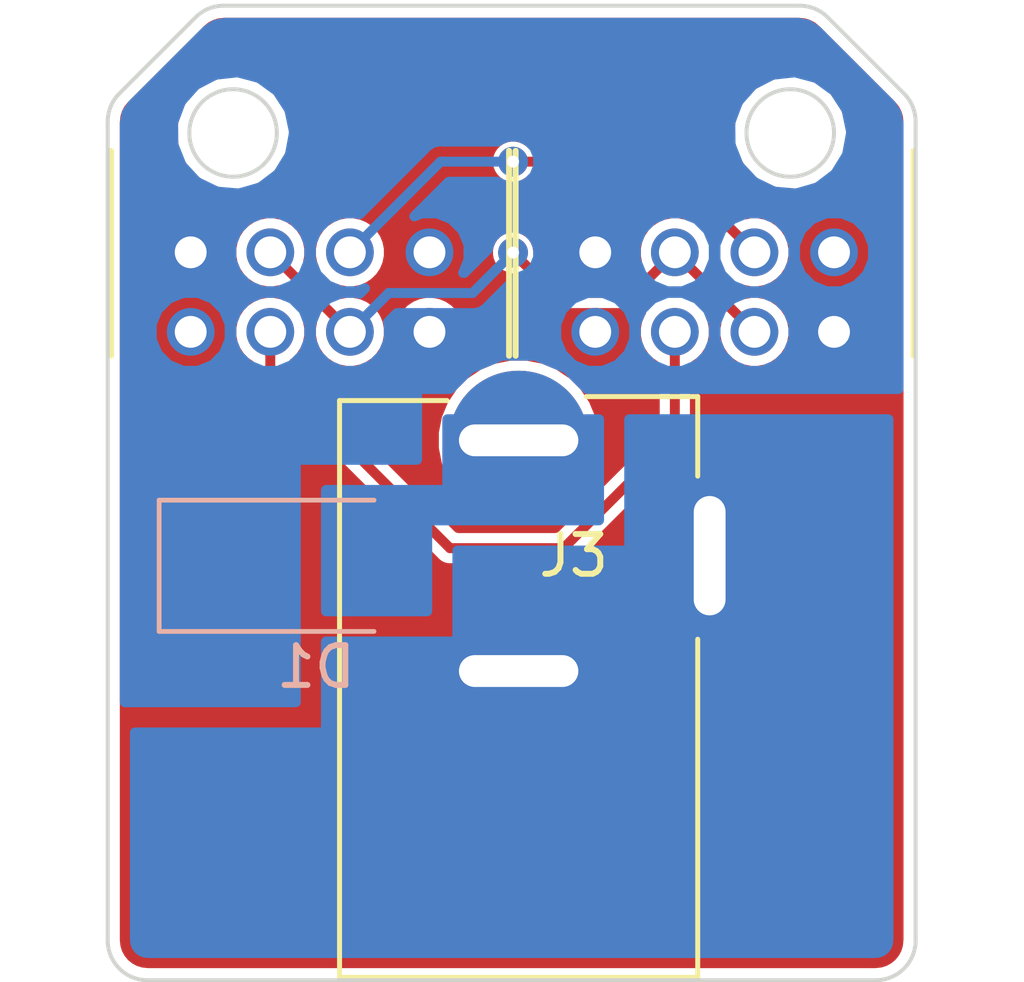
<source format=kicad_pcb>
(kicad_pcb (version 20171130) (host pcbnew "(5.0.1-3-g963ef8bb5)")

  (general
    (thickness 1.6)
    (drawings 14)
    (tracks 25)
    (zones 0)
    (modules 4)
    (nets 7)
  )

  (page A4)
  (layers
    (0 F.Cu signal)
    (31 B.Cu signal)
    (32 B.Adhes user)
    (33 F.Adhes user)
    (34 B.Paste user)
    (35 F.Paste user)
    (36 B.SilkS user)
    (37 F.SilkS user)
    (38 B.Mask user)
    (39 F.Mask user)
    (40 Dwgs.User user)
    (41 Cmts.User user)
    (42 Eco1.User user)
    (43 Eco2.User user)
    (44 Edge.Cuts user)
    (45 Margin user)
    (46 B.CrtYd user)
    (47 F.CrtYd user)
    (48 B.Fab user)
    (49 F.Fab user)
  )

  (setup
    (last_trace_width 0.25)
    (trace_clearance 0.2)
    (zone_clearance 0.254)
    (zone_45_only yes)
    (trace_min 0.2)
    (segment_width 0.2)
    (edge_width 0.15)
    (via_size 0.5)
    (via_drill 0.2)
    (via_min_size 0.4)
    (via_min_drill 0.2)
    (uvia_size 0.3)
    (uvia_drill 0.1)
    (uvias_allowed no)
    (uvia_min_size 0.2)
    (uvia_min_drill 0.1)
    (pcb_text_width 0.3)
    (pcb_text_size 1.5 1.5)
    (mod_edge_width 0.15)
    (mod_text_size 1 1)
    (mod_text_width 0.15)
    (pad_size 1.524 1.524)
    (pad_drill 0.762)
    (pad_to_mask_clearance 0.2)
    (solder_mask_min_width 0.25)
    (aux_axis_origin 0 0)
    (grid_origin 73.66 62.23)
    (visible_elements 7FFFEFFF)
    (pcbplotparams
      (layerselection 0x010fc_ffffffff)
      (usegerberextensions false)
      (usegerberattributes false)
      (usegerberadvancedattributes false)
      (creategerberjobfile false)
      (excludeedgelayer true)
      (linewidth 0.100000)
      (plotframeref false)
      (viasonmask false)
      (mode 1)
      (useauxorigin false)
      (hpglpennumber 1)
      (hpglpenspeed 20)
      (hpglpendiameter 15.000000)
      (psnegative false)
      (psa4output false)
      (plotreference true)
      (plotvalue true)
      (plotinvisibletext false)
      (padsonsilk false)
      (subtractmaskfromsilk false)
      (outputformat 1)
      (mirror false)
      (drillshape 0)
      (scaleselection 1)
      (outputdirectory "gerber/"))
  )

  (net 0 "")
  (net 1 /Robus_PW)
  (net 2 GND)
  (net 3 /DC_Power)
  (net 4 /PTP)
  (net 5 /B_RS_485_P)
  (net 6 /A_RS_485_N)

  (net_class Default "Ceci est la Netclass par défaut."
    (clearance 0.2)
    (trace_width 0.25)
    (via_dia 0.5)
    (via_drill 0.2)
    (uvia_dia 0.3)
    (uvia_drill 0.1)
    (add_net /A_RS_485_N)
    (add_net /B_RS_485_P)
    (add_net /DC_Power)
    (add_net /PTP)
    (add_net /Robus_PW)
    (add_net GND)
  )

  (module "Common_Footprint:DF11-8DP-2DS(24)" locked (layer F.Cu) (tedit 5C6D4111) (tstamp 5AB2CA2F)
    (at 78.72 44.935)
    (path /5AB29375)
    (fp_text reference J2 (at 4.084 -4.29) (layer F.Fab)
      (effects (font (size 1 1) (thickness 0.15)))
    )
    (fp_text value "DF11-8DP-2DS(24)" (at 0 3) (layer F.Fab)
      (effects (font (size 1 1) (thickness 0.15)))
    )
    (fp_line (start -4.826 1.524) (end 4.826 1.524) (layer F.Fab) (width 0.1))
    (fp_line (start -4.826 -6.35) (end -4.826 1.524) (layer F.Fab) (width 0.1))
    (fp_line (start 4.826 -6.35) (end -4.826 -6.35) (layer F.Fab) (width 0.1))
    (fp_line (start 4.826 1.524) (end 4.826 -6.35) (layer F.Fab) (width 0.1))
    (fp_line (start 5 -3.55) (end 5 1.6) (layer F.SilkS) (width 0.15))
    (fp_line (start -5 1.6) (end -5 -3.55) (layer F.SilkS) (width 0.15))
    (pad 8 thru_hole circle (at -3 -1) (size 1.2 1.2) (drill 0.8) (layers *.Cu *.Mask)
      (net 1 /Robus_PW))
    (pad 7 thru_hole circle (at -3 1) (size 1.2 1.2) (drill 0.8) (layers *.Cu *.Mask)
      (net 2 GND))
    (pad 6 thru_hole circle (at -1 -1) (size 1.2 1.2) (drill 0.8) (layers *.Cu *.Mask)
      (net 4 /PTP))
    (pad 5 thru_hole circle (at -1 1) (size 1.2 1.2) (drill 0.8) (layers *.Cu *.Mask)
      (net 6 /A_RS_485_N))
    (pad 4 thru_hole circle (at 1 -1) (size 1.2 1.2) (drill 0.8) (layers *.Cu *.Mask)
      (net 5 /B_RS_485_P))
    (pad 3 thru_hole circle (at 1 1) (size 1.2 1.2) (drill 0.8) (layers *.Cu *.Mask)
      (net 4 /PTP))
    (pad 2 thru_hole circle (at 3 -1) (size 1.2 1.2) (drill 0.8) (layers *.Cu *.Mask)
      (net 2 GND))
    (pad 1 thru_hole circle (at 3 1) (size 1.2 1.2) (drill 0.8) (layers *.Cu *.Mask)
      (net 1 /Robus_PW))
    (model ${KISYS3DMOD}/DF11-8DP-2DS.step
      (offset (xyz 0 3.7 0))
      (scale (xyz 1 1 1))
      (rotate (xyz 0 0 0))
    )
  )

  (module "Common_Footprint:DF11-8DP-2DS(24)" locked (layer F.Cu) (tedit 5C6D4111) (tstamp 5AB2CA20)
    (at 88.885 44.935)
    (path /5AB292F2)
    (fp_text reference J1 (at -4.084 -4.29) (layer F.Fab)
      (effects (font (size 1 1) (thickness 0.15)))
    )
    (fp_text value "DF11-8DP-2DS(24)" (at 0 3) (layer F.Fab)
      (effects (font (size 1 1) (thickness 0.15)))
    )
    (fp_line (start -4.826 1.524) (end 4.826 1.524) (layer F.Fab) (width 0.1))
    (fp_line (start -4.826 -6.35) (end -4.826 1.524) (layer F.Fab) (width 0.1))
    (fp_line (start 4.826 -6.35) (end -4.826 -6.35) (layer F.Fab) (width 0.1))
    (fp_line (start 4.826 1.524) (end 4.826 -6.35) (layer F.Fab) (width 0.1))
    (fp_line (start 5 -3.55) (end 5 1.6) (layer F.SilkS) (width 0.15))
    (fp_line (start -5 1.6) (end -5 -3.55) (layer F.SilkS) (width 0.15))
    (pad 8 thru_hole circle (at -3 -1) (size 1.2 1.2) (drill 0.8) (layers *.Cu *.Mask)
      (net 1 /Robus_PW))
    (pad 7 thru_hole circle (at -3 1) (size 1.2 1.2) (drill 0.8) (layers *.Cu *.Mask)
      (net 2 GND))
    (pad 6 thru_hole circle (at -1 -1) (size 1.2 1.2) (drill 0.8) (layers *.Cu *.Mask)
      (net 4 /PTP))
    (pad 5 thru_hole circle (at -1 1) (size 1.2 1.2) (drill 0.8) (layers *.Cu *.Mask)
      (net 6 /A_RS_485_N))
    (pad 4 thru_hole circle (at 1 -1) (size 1.2 1.2) (drill 0.8) (layers *.Cu *.Mask)
      (net 5 /B_RS_485_P))
    (pad 3 thru_hole circle (at 1 1) (size 1.2 1.2) (drill 0.8) (layers *.Cu *.Mask)
      (net 4 /PTP))
    (pad 2 thru_hole circle (at 3 -1) (size 1.2 1.2) (drill 0.8) (layers *.Cu *.Mask)
      (net 2 GND))
    (pad 1 thru_hole circle (at 3 1) (size 1.2 1.2) (drill 0.8) (layers *.Cu *.Mask)
      (net 1 /Robus_PW))
    (model ${KISYS3DMOD}/DF11-8DP-2DS.step
      (offset (xyz 0 3.7 0))
      (scale (xyz 1 1 1))
      (rotate (xyz 0 0 0))
    )
  )

  (module Common_Footprint:D_SMA (layer B.Cu) (tedit 5AB36566) (tstamp 5AB380F5)
    (at 77.597 51.816)
    (path /5AB3713C)
    (fp_text reference D1 (at 1.27 2.54) (layer B.SilkS)
      (effects (font (size 1 1) (thickness 0.15)) (justify mirror))
    )
    (fp_text value HTA5L45 (at 1.27 2.54) (layer B.Fab)
      (effects (font (size 1 1) (thickness 0.15)) (justify mirror))
    )
    (fp_line (start 3.03 1.5) (end -1.57 1.5) (layer B.Fab) (width 0.1))
    (fp_line (start -2.67 1.65) (end -2.67 -1.65) (layer B.SilkS) (width 0.12))
    (fp_line (start -2.77 1.75) (end 4.23 1.75) (layer B.CrtYd) (width 0.05))
    (fp_line (start 4.23 1.75) (end 4.23 -1.75) (layer B.CrtYd) (width 0.05))
    (fp_line (start -1.57 -1.5) (end -1.57 1.5) (layer B.Fab) (width 0.1))
    (fp_line (start 3.03 1.5) (end 3.03 -1.5) (layer B.Fab) (width 0.1))
    (fp_line (start 4.23 -1.75) (end -2.77 -1.75) (layer B.CrtYd) (width 0.05))
    (fp_line (start -2.77 -1.75) (end -2.77 1.75) (layer B.CrtYd) (width 0.05))
    (fp_line (start 3.03 -1.5) (end -1.57 -1.5) (layer B.Fab) (width 0.1))
    (fp_line (start 0.08056 -0.00102) (end -0.82114 -0.00102) (layer B.Fab) (width 0.1))
    (fp_line (start 1.23118 -0.00102) (end 2.2294 -0.00102) (layer B.Fab) (width 0.1))
    (fp_line (start 0.08056 0.79908) (end 0.08056 -0.80112) (layer B.Fab) (width 0.1))
    (fp_line (start 1.23118 -0.75032) (end 1.23118 0.79908) (layer B.Fab) (width 0.1))
    (fp_line (start 0.08056 -0.00102) (end 1.23118 -0.75032) (layer B.Fab) (width 0.1))
    (fp_line (start 0.08056 -0.00102) (end 1.23118 0.79908) (layer B.Fab) (width 0.1))
    (fp_line (start -2.67 -1.65) (end 2.73 -1.65) (layer B.SilkS) (width 0.12))
    (fp_line (start -2.67 1.65) (end 2.73 1.65) (layer B.SilkS) (width 0.12))
    (pad 1 smd rect (at -1.27 0) (size 2.5 1.8) (layers B.Cu B.Paste B.Mask)
      (net 1 /Robus_PW))
    (pad 2 smd rect (at 2.73 0) (size 2.5 1.8) (layers B.Cu B.Paste B.Mask)
      (net 3 /DC_Power))
    (model ${KISYS3DMOD}/D_SMA.step
      (offset (xyz 0.7 0 0))
      (scale (xyz 1 1 1))
      (rotate (xyz 0 0 0))
    )
  )

  (module Common_Footprint:DC_Jack_2mm (layer F.Cu) (tedit 5AB294AB) (tstamp 5AB2CA3C)
    (at 86.36 51.562 90)
    (path /5AB290B7)
    (fp_text reference J3 (at 0 -1.016 180) (layer F.SilkS)
      (effects (font (size 1 1) (thickness 0.15)))
    )
    (fp_text value DC_Power_Jack (at 0 -6 90) (layer F.Fab)
      (effects (font (size 1 1) (thickness 0.15)))
    )
    (fp_line (start 2 2.1) (end 4 2.1) (layer F.SilkS) (width 0.125))
    (fp_line (start 4 -0.7) (end 4 2.1) (layer F.SilkS) (width 0.125))
    (fp_line (start -10.6 2.1) (end -10.6 -6.9) (layer F.SilkS) (width 0.125))
    (fp_line (start 3.9 -6.9) (end 3.9 -4.2) (layer F.SilkS) (width 0.125))
    (fp_line (start -2.1 2.1) (end -10.6 2.1) (layer F.SilkS) (width 0.125))
    (fp_line (start -10.6 -6.9) (end 3.9 -6.9) (layer F.SilkS) (width 0.125))
    (pad 3 thru_hole circle (at 0 2.4 270) (size 3.5 3.5) (drill oval 3 0.8) (layers *.Cu *.Mask)
      (net 2 GND))
    (pad 2 thru_hole circle (at -2.9 -2.4 180) (size 3.5 3.5) (drill oval 3 0.8) (layers *.Cu *.Mask)
      (net 2 GND))
    (pad 1 thru_hole circle (at 2.9 -2.4 180) (size 3.5 3.5) (drill oval 3 0.8) (layers *.Cu *.Mask)
      (net 3 /DC_Power))
    (model "${KISYS3DMOD}/694106301002 (rev1).stp"
      (offset (xyz -7.18 2.4 5.5))
      (scale (xyz 1 1 1))
      (rotate (xyz 0 0 90))
    )
  )

  (gr_arc (start 74.635 40.649214) (end 73.927893 39.942107) (angle -45) (layer Edge.Cuts) (width 0.1) (tstamp 5AB4E083))
  (gr_circle (center 76.785 40.935) (end 77.885 40.935) (layer Edge.Cuts) (width 0.1) (tstamp 5AB4E081))
  (gr_line (start 75.842106 38.027894) (end 73.927893 39.942107) (layer Edge.Cuts) (width 0.1) (tstamp 5AB4E080))
  (gr_line (start 93.935 40.649214) (end 93.935 61.235) (layer Edge.Cuts) (width 0.1) (tstamp 5AB4E07F))
  (gr_arc (start 76.549213 38.735) (end 76.549213 37.735) (angle -45) (layer Edge.Cuts) (width 0.1) (tstamp 5AB4E07D))
  (gr_arc (start 92.935 40.649214) (end 93.935 40.649214) (angle -45) (layer Edge.Cuts) (width 0.1) (tstamp 5AB4E07C))
  (gr_circle (center 90.785 40.935) (end 91.885 40.935) (layer Edge.Cuts) (width 0.1) (tstamp 5AB4E07B))
  (gr_arc (start 74.635 61.235) (end 73.635 61.235) (angle -90) (layer Edge.Cuts) (width 0.1) (tstamp 5AB4E07A))
  (gr_line (start 93.642106 39.942107) (end 91.727893 38.027894) (layer Edge.Cuts) (width 0.1) (tstamp 5AB4E079))
  (gr_line (start 73.635 40.649214) (end 73.635 61.235) (layer Edge.Cuts) (width 0.1) (tstamp 5AB4E078))
  (gr_line (start 76.549213 37.735) (end 91.020786 37.735) (layer Edge.Cuts) (width 0.1) (tstamp 5AB4E077))
  (gr_arc (start 92.935 61.235) (end 92.935 62.235) (angle -90) (layer Edge.Cuts) (width 0.1) (tstamp 5AB4E076))
  (gr_arc (start 91.020786 38.735) (end 91.727893 38.027894) (angle -45) (layer Edge.Cuts) (width 0.1) (tstamp 5AB4E075))
  (gr_line (start 74.635 62.235) (end 92.935 62.235) (layer Edge.Cuts) (width 0.1) (tstamp 5AB4E074))

  (segment (start 83.96 48.662) (end 84.3175 48.3045) (width 0.25) (layer B.Cu) (net 3))
  (segment (start 84.3175 48.3045) (end 84.323416 48.3045) (width 0.25) (layer B.Cu) (net 3))
  (segment (start 84.219999 44.341999) (end 83.82 43.942) (width 0.25) (layer F.Cu) (net 4))
  (segment (start 87.885 43.935) (end 86.862 44.958) (width 0.25) (layer F.Cu) (net 4))
  (segment (start 84.836 44.958) (end 84.219999 44.341999) (width 0.25) (layer F.Cu) (net 4))
  (segment (start 79.72 45.935) (end 80.697 44.958) (width 0.25) (layer B.Cu) (net 4))
  (segment (start 80.697 44.958) (end 82.804 44.958) (width 0.25) (layer B.Cu) (net 4))
  (segment (start 83.420001 44.341999) (end 83.82 43.942) (width 0.25) (layer B.Cu) (net 4))
  (segment (start 82.804 44.958) (end 83.420001 44.341999) (width 0.25) (layer B.Cu) (net 4))
  (segment (start 86.862 44.958) (end 84.836 44.958) (width 0.25) (layer F.Cu) (net 4))
  (via (at 83.82 43.942) (size 0.75) (drill 0.3) (layers F.Cu B.Cu) (net 4))
  (segment (start 87.885 43.935) (end 89.885 45.935) (width 0.25) (layer F.Cu) (net 4))
  (segment (start 77.72 43.935) (end 79.72 45.935) (width 0.25) (layer F.Cu) (net 4))
  (segment (start 81.999 41.656) (end 83.254315 41.656) (width 0.25) (layer B.Cu) (net 5))
  (via (at 83.82 41.656) (size 0.75) (drill 0.3) (layers F.Cu B.Cu) (net 5))
  (segment (start 79.72 43.935) (end 81.999 41.656) (width 0.25) (layer B.Cu) (net 5))
  (segment (start 83.254315 41.656) (end 83.82 41.656) (width 0.25) (layer B.Cu) (net 5))
  (segment (start 89.885 43.935) (end 87.606 41.656) (width 0.25) (layer F.Cu) (net 5))
  (segment (start 84.385685 41.656) (end 83.82 41.656) (width 0.25) (layer F.Cu) (net 5))
  (segment (start 87.606 41.656) (end 84.385685 41.656) (width 0.25) (layer F.Cu) (net 5))
  (segment (start 87.885 48.5765) (end 85.089499 51.372001) (width 0.25) (layer F.Cu) (net 6))
  (segment (start 87.885 45.935) (end 87.885 48.5765) (width 0.25) (layer F.Cu) (net 6))
  (segment (start 85.089499 51.372001) (end 82.233001 51.372001) (width 0.25) (layer F.Cu) (net 6))
  (segment (start 82.233001 51.372001) (end 77.72 46.859) (width 0.25) (layer F.Cu) (net 6))
  (segment (start 77.72 46.859) (end 77.72 45.935) (width 0.25) (layer F.Cu) (net 6))

  (zone (net 1) (net_name /Robus_PW) (layer B.Cu) (tstamp 0) (hatch edge 0.508)
    (connect_pads yes (clearance 0.254))
    (min_thickness 0.254)
    (fill yes (arc_segments 16) (thermal_gap 0.508) (thermal_bridge_width 0.254))
    (polygon
      (pts
        (xy 78.486 55.372) (xy 73.66 55.372) (xy 73.66 41.402) (xy 73.66 40.132) (xy 76.2 37.592)
        (xy 91.44 37.592) (xy 93.98 40.132) (xy 93.98 47.498) (xy 85.344 47.498) (xy 81.534 47.498)
        (xy 81.534 49.276) (xy 78.486 49.276)
      )
    )
    (filled_polygon
      (pts
        (xy 91.235301 38.217114) (xy 91.45315 38.362676) (xy 93.30733 40.216857) (xy 93.452886 40.434697) (xy 93.504 40.691665)
        (xy 93.504 47.371) (xy 85.68269 47.371) (xy 85.167115 46.855425) (xy 84.383882 46.531) (xy 83.536118 46.531)
        (xy 82.752885 46.855425) (xy 82.23731 47.371) (xy 81.534 47.371) (xy 81.485399 47.380667) (xy 81.444197 47.408197)
        (xy 81.416667 47.449399) (xy 81.407 47.498) (xy 81.407 49.149) (xy 78.486 49.149) (xy 78.437399 49.158667)
        (xy 78.396197 49.186197) (xy 78.368667 49.227399) (xy 78.359 49.276) (xy 78.359 55.245) (xy 74.066 55.245)
        (xy 74.066 45.739867) (xy 74.739 45.739867) (xy 74.739 46.130133) (xy 74.888348 46.490692) (xy 75.164308 46.766652)
        (xy 75.524867 46.916) (xy 75.915133 46.916) (xy 76.275692 46.766652) (xy 76.551652 46.490692) (xy 76.701 46.130133)
        (xy 76.701 45.739867) (xy 76.739 45.739867) (xy 76.739 46.130133) (xy 76.888348 46.490692) (xy 77.164308 46.766652)
        (xy 77.524867 46.916) (xy 77.915133 46.916) (xy 78.275692 46.766652) (xy 78.551652 46.490692) (xy 78.701 46.130133)
        (xy 78.701 45.739867) (xy 78.551652 45.379308) (xy 78.275692 45.103348) (xy 77.915133 44.954) (xy 77.524867 44.954)
        (xy 77.164308 45.103348) (xy 76.888348 45.379308) (xy 76.739 45.739867) (xy 76.701 45.739867) (xy 76.551652 45.379308)
        (xy 76.275692 45.103348) (xy 75.915133 44.954) (xy 75.524867 44.954) (xy 75.164308 45.103348) (xy 74.888348 45.379308)
        (xy 74.739 45.739867) (xy 74.066 45.739867) (xy 74.066 43.739867) (xy 76.739 43.739867) (xy 76.739 44.130133)
        (xy 76.888348 44.490692) (xy 77.164308 44.766652) (xy 77.524867 44.916) (xy 77.915133 44.916) (xy 78.275692 44.766652)
        (xy 78.551652 44.490692) (xy 78.701 44.130133) (xy 78.701 43.739867) (xy 78.739 43.739867) (xy 78.739 44.130133)
        (xy 78.888348 44.490692) (xy 79.164308 44.766652) (xy 79.524867 44.916) (xy 79.915133 44.916) (xy 80.09997 44.839438)
        (xy 79.964825 44.974583) (xy 79.915133 44.954) (xy 79.524867 44.954) (xy 79.164308 45.103348) (xy 78.888348 45.379308)
        (xy 78.739 45.739867) (xy 78.739 46.130133) (xy 78.888348 46.490692) (xy 79.164308 46.766652) (xy 79.524867 46.916)
        (xy 79.915133 46.916) (xy 80.275692 46.766652) (xy 80.551652 46.490692) (xy 80.701 46.130133) (xy 80.701 45.739867)
        (xy 84.904 45.739867) (xy 84.904 46.130133) (xy 85.053348 46.490692) (xy 85.329308 46.766652) (xy 85.689867 46.916)
        (xy 86.080133 46.916) (xy 86.440692 46.766652) (xy 86.716652 46.490692) (xy 86.866 46.130133) (xy 86.866 45.739867)
        (xy 86.904 45.739867) (xy 86.904 46.130133) (xy 87.053348 46.490692) (xy 87.329308 46.766652) (xy 87.689867 46.916)
        (xy 88.080133 46.916) (xy 88.440692 46.766652) (xy 88.716652 46.490692) (xy 88.866 46.130133) (xy 88.866 45.739867)
        (xy 88.904 45.739867) (xy 88.904 46.130133) (xy 89.053348 46.490692) (xy 89.329308 46.766652) (xy 89.689867 46.916)
        (xy 90.080133 46.916) (xy 90.440692 46.766652) (xy 90.716652 46.490692) (xy 90.866 46.130133) (xy 90.866 45.739867)
        (xy 90.716652 45.379308) (xy 90.440692 45.103348) (xy 90.080133 44.954) (xy 89.689867 44.954) (xy 89.329308 45.103348)
        (xy 89.053348 45.379308) (xy 88.904 45.739867) (xy 88.866 45.739867) (xy 88.716652 45.379308) (xy 88.440692 45.103348)
        (xy 88.080133 44.954) (xy 87.689867 44.954) (xy 87.329308 45.103348) (xy 87.053348 45.379308) (xy 86.904 45.739867)
        (xy 86.866 45.739867) (xy 86.716652 45.379308) (xy 86.440692 45.103348) (xy 86.080133 44.954) (xy 85.689867 44.954)
        (xy 85.329308 45.103348) (xy 85.053348 45.379308) (xy 84.904 45.739867) (xy 80.701 45.739867) (xy 80.680417 45.690175)
        (xy 80.906592 45.464) (xy 82.754166 45.464) (xy 82.804 45.473913) (xy 82.853834 45.464) (xy 82.853835 45.464)
        (xy 83.001431 45.434641) (xy 83.168806 45.322806) (xy 83.197038 45.280553) (xy 83.813035 44.664557) (xy 83.813037 44.664554)
        (xy 83.904591 44.573) (xy 83.945514 44.573) (xy 84.177433 44.476936) (xy 84.354936 44.299433) (xy 84.451 44.067514)
        (xy 84.451 43.816486) (xy 84.419264 43.739867) (xy 86.904 43.739867) (xy 86.904 44.130133) (xy 87.053348 44.490692)
        (xy 87.329308 44.766652) (xy 87.689867 44.916) (xy 88.080133 44.916) (xy 88.440692 44.766652) (xy 88.716652 44.490692)
        (xy 88.866 44.130133) (xy 88.866 43.739867) (xy 88.904 43.739867) (xy 88.904 44.130133) (xy 89.053348 44.490692)
        (xy 89.329308 44.766652) (xy 89.689867 44.916) (xy 90.080133 44.916) (xy 90.440692 44.766652) (xy 90.716652 44.490692)
        (xy 90.866 44.130133) (xy 90.866 43.739867) (xy 90.904 43.739867) (xy 90.904 44.130133) (xy 91.053348 44.490692)
        (xy 91.329308 44.766652) (xy 91.689867 44.916) (xy 92.080133 44.916) (xy 92.440692 44.766652) (xy 92.716652 44.490692)
        (xy 92.866 44.130133) (xy 92.866 43.739867) (xy 92.716652 43.379308) (xy 92.440692 43.103348) (xy 92.080133 42.954)
        (xy 91.689867 42.954) (xy 91.329308 43.103348) (xy 91.053348 43.379308) (xy 90.904 43.739867) (xy 90.866 43.739867)
        (xy 90.716652 43.379308) (xy 90.440692 43.103348) (xy 90.080133 42.954) (xy 89.689867 42.954) (xy 89.329308 43.103348)
        (xy 89.053348 43.379308) (xy 88.904 43.739867) (xy 88.866 43.739867) (xy 88.716652 43.379308) (xy 88.440692 43.103348)
        (xy 88.080133 42.954) (xy 87.689867 42.954) (xy 87.329308 43.103348) (xy 87.053348 43.379308) (xy 86.904 43.739867)
        (xy 84.419264 43.739867) (xy 84.354936 43.584567) (xy 84.177433 43.407064) (xy 83.945514 43.311) (xy 83.694486 43.311)
        (xy 83.462567 43.407064) (xy 83.285064 43.584567) (xy 83.189 43.816486) (xy 83.189 43.857409) (xy 83.097446 43.948963)
        (xy 83.097443 43.948965) (xy 82.594409 44.452) (xy 82.567679 44.452) (xy 82.701 44.130133) (xy 82.701 43.739867)
        (xy 82.551652 43.379308) (xy 82.275692 43.103348) (xy 81.915133 42.954) (xy 81.524867 42.954) (xy 81.34003 43.030562)
        (xy 82.208592 42.162) (xy 83.433631 42.162) (xy 83.462567 42.190936) (xy 83.694486 42.287) (xy 83.945514 42.287)
        (xy 84.177433 42.190936) (xy 84.354936 42.013433) (xy 84.451 41.781514) (xy 84.451 41.530486) (xy 84.354936 41.298567)
        (xy 84.177433 41.121064) (xy 83.945514 41.025) (xy 83.694486 41.025) (xy 83.462567 41.121064) (xy 83.433631 41.15)
        (xy 82.048835 41.15) (xy 81.999 41.140087) (xy 81.801568 41.179359) (xy 81.746781 41.215967) (xy 81.634194 41.291194)
        (xy 81.605963 41.333445) (xy 79.964825 42.974583) (xy 79.915133 42.954) (xy 79.524867 42.954) (xy 79.164308 43.103348)
        (xy 78.888348 43.379308) (xy 78.739 43.739867) (xy 78.701 43.739867) (xy 78.551652 43.379308) (xy 78.275692 43.103348)
        (xy 77.915133 42.954) (xy 77.524867 42.954) (xy 77.164308 43.103348) (xy 76.888348 43.379308) (xy 76.739 43.739867)
        (xy 74.066 43.739867) (xy 74.066 40.691666) (xy 74.069956 40.671777) (xy 75.276798 40.671777) (xy 75.283158 41.232373)
        (xy 75.490904 41.753093) (xy 75.87218 42.164114) (xy 76.375858 42.410318) (xy 76.934399 42.458693) (xy 77.472907 42.302752)
        (xy 77.919172 41.963404) (xy 78.213352 41.486155) (xy 78.316 40.935) (xy 78.315606 40.900266) (xy 78.267665 40.671777)
        (xy 89.276798 40.671777) (xy 89.283158 41.232373) (xy 89.490904 41.753093) (xy 89.87218 42.164114) (xy 90.375858 42.410318)
        (xy 90.934399 42.458693) (xy 91.472907 42.302752) (xy 91.919172 41.963404) (xy 92.213352 41.486155) (xy 92.316 40.935)
        (xy 92.315606 40.900266) (xy 92.20048 40.351581) (xy 91.895548 39.881129) (xy 91.4417 39.551994) (xy 90.899792 39.40831)
        (xy 90.342492 39.469344) (xy 89.844529 39.726912) (xy 89.472677 40.146477) (xy 89.276798 40.671777) (xy 78.267665 40.671777)
        (xy 78.20048 40.351581) (xy 77.895548 39.881129) (xy 77.4417 39.551994) (xy 76.899792 39.40831) (xy 76.342492 39.469344)
        (xy 75.844529 39.726912) (xy 75.472677 40.146477) (xy 75.276798 40.671777) (xy 74.069956 40.671777) (xy 74.117114 40.434697)
        (xy 74.262674 40.216851) (xy 76.116856 38.36267) (xy 76.334696 38.217114) (xy 76.591664 38.166) (xy 90.978338 38.166)
      )
    )
  )
  (zone (net 3) (net_name /DC_Power) (layer B.Cu) (tstamp 0) (hatch edge 0.508)
    (connect_pads yes (clearance 0.254))
    (min_thickness 0.254)
    (fill yes (arc_segments 32) (thermal_gap 0.254) (thermal_bridge_width 0.254))
    (polygon
      (pts
        (xy 81.788 50.8) (xy 81.788 53.086) (xy 78.994 53.086) (xy 78.994 49.784) (xy 82.042 49.784)
        (xy 82.042 48.006) (xy 86.106 48.006) (xy 86.106 50.8)
      )
    )
    (filled_polygon
      (pts
        (xy 85.979 50.673) (xy 81.788 50.673) (xy 81.763224 50.67544) (xy 81.739399 50.682667) (xy 81.717443 50.694403)
        (xy 81.698197 50.710197) (xy 81.682403 50.729443) (xy 81.670667 50.751399) (xy 81.66344 50.775224) (xy 81.661 50.8)
        (xy 81.661 52.959) (xy 79.121 52.959) (xy 79.121 49.911) (xy 82.042 49.911) (xy 82.066776 49.90856)
        (xy 82.090601 49.901333) (xy 82.112557 49.889597) (xy 82.131803 49.873803) (xy 82.147597 49.854557) (xy 82.159333 49.832601)
        (xy 82.16656 49.808776) (xy 82.169 49.784) (xy 82.169 48.133) (xy 85.979 48.133)
      )
    )
  )
  (zone (net 2) (net_name GND) (layer B.Cu) (tstamp 0) (hatch edge 0.508)
    (connect_pads yes (clearance 0.508))
    (min_thickness 0.254)
    (fill yes (arc_segments 32) (thermal_gap 0.508) (thermal_bridge_width 0.254))
    (polygon
      (pts
        (xy 86.614 48.006) (xy 93.98 48.006) (xy 93.98 62.23) (xy 73.66 62.23) (xy 73.66 55.88)
        (xy 78.994 55.88) (xy 78.994 53.594) (xy 82.296 53.594) (xy 82.296 51.308) (xy 86.614 51.308)
      )
    )
    (filled_polygon
      (pts
        (xy 93.250001 61.201485) (xy 93.240778 61.295546) (xy 93.223194 61.353787) (xy 93.194635 61.4075) (xy 93.156183 61.454646)
        (xy 93.10931 61.493423) (xy 93.055796 61.522358) (xy 92.997677 61.540349) (xy 92.905855 61.55) (xy 74.668505 61.55)
        (xy 74.574454 61.540778) (xy 74.516213 61.523194) (xy 74.4625 61.494635) (xy 74.415354 61.456183) (xy 74.376577 61.40931)
        (xy 74.347642 61.355796) (xy 74.329651 61.297677) (xy 74.32 61.205855) (xy 74.32 56.007) (xy 78.994 56.007)
        (xy 79.018776 56.00456) (xy 79.042601 55.997333) (xy 79.064557 55.985597) (xy 79.083803 55.969803) (xy 79.099597 55.950557)
        (xy 79.111333 55.928601) (xy 79.11856 55.904776) (xy 79.121 55.88) (xy 79.121 53.721) (xy 82.296 53.721)
        (xy 82.320776 53.71856) (xy 82.344601 53.711333) (xy 82.366557 53.699597) (xy 82.385803 53.683803) (xy 82.401597 53.664557)
        (xy 82.413333 53.642601) (xy 82.42056 53.618776) (xy 82.423 53.594) (xy 82.423 51.435) (xy 86.614 51.435)
        (xy 86.638776 51.43256) (xy 86.662601 51.425333) (xy 86.684557 51.413597) (xy 86.703803 51.397803) (xy 86.719597 51.378557)
        (xy 86.731333 51.356601) (xy 86.73856 51.332776) (xy 86.741 51.308) (xy 86.741 48.133) (xy 93.25 48.133)
      )
    )
  )
  (zone (net 2) (net_name GND) (layer F.Cu) (tstamp 0) (hatch edge 0.508)
    (connect_pads yes (clearance 0.254))
    (min_thickness 0.254)
    (fill yes (arc_segments 32) (thermal_gap 0.254) (thermal_bridge_width 0.254))
    (polygon
      (pts
        (xy 73.66 62.23) (xy 73.66 40.132) (xy 76.2 37.592) (xy 91.44 37.592) (xy 93.98 40.132)
        (xy 93.98 62.23)
      )
    )
    (filled_polygon
      (pts
        (xy 91.130904 38.178864) (xy 91.236828 38.210844) (xy 91.334521 38.262789) (xy 91.436147 38.345673) (xy 93.322443 40.23197)
        (xy 93.406114 40.333833) (xy 93.458399 40.431345) (xy 93.490747 40.537154) (xy 93.504 40.667621) (xy 93.504001 61.21391)
        (xy 93.491136 61.345116) (xy 93.459155 61.451043) (xy 93.40721 61.548737) (xy 93.337278 61.634482) (xy 93.252026 61.705008)
        (xy 93.154696 61.757634) (xy 93.048998 61.790353) (xy 92.919162 61.804) (xy 74.656079 61.804) (xy 74.524884 61.791136)
        (xy 74.418957 61.759155) (xy 74.321263 61.70721) (xy 74.235518 61.637278) (xy 74.164992 61.552026) (xy 74.112366 61.454696)
        (xy 74.079647 61.348998) (xy 74.066 61.219162) (xy 74.066 43.83838) (xy 74.739 43.83838) (xy 74.739 44.03162)
        (xy 74.776699 44.221147) (xy 74.850649 44.399678) (xy 74.958007 44.560351) (xy 75.094649 44.696993) (xy 75.255322 44.804351)
        (xy 75.433853 44.878301) (xy 75.62338 44.916) (xy 75.81662 44.916) (xy 76.006147 44.878301) (xy 76.184678 44.804351)
        (xy 76.345351 44.696993) (xy 76.481993 44.560351) (xy 76.589351 44.399678) (xy 76.663301 44.221147) (xy 76.701 44.03162)
        (xy 76.701 43.83838) (xy 76.739 43.83838) (xy 76.739 44.03162) (xy 76.776699 44.221147) (xy 76.850649 44.399678)
        (xy 76.958007 44.560351) (xy 77.094649 44.696993) (xy 77.255322 44.804351) (xy 77.433853 44.878301) (xy 77.62338 44.916)
        (xy 77.81662 44.916) (xy 77.957405 44.887996) (xy 78.099971 45.030562) (xy 78.006147 44.991699) (xy 77.81662 44.954)
        (xy 77.62338 44.954) (xy 77.433853 44.991699) (xy 77.255322 45.065649) (xy 77.094649 45.173007) (xy 76.958007 45.309649)
        (xy 76.850649 45.470322) (xy 76.776699 45.648853) (xy 76.739 45.83838) (xy 76.739 46.03162) (xy 76.776699 46.221147)
        (xy 76.850649 46.399678) (xy 76.958007 46.560351) (xy 77.094649 46.696993) (xy 77.214 46.776741) (xy 77.214 46.834153)
        (xy 77.211553 46.859) (xy 77.214 46.883846) (xy 77.214 46.883853) (xy 77.221322 46.958192) (xy 77.250255 47.053574)
        (xy 77.297241 47.141479) (xy 77.360473 47.218527) (xy 77.379785 47.234376) (xy 81.857629 51.712221) (xy 81.873474 51.731528)
        (xy 81.950522 51.79476) (xy 82.038426 51.841746) (xy 82.133807 51.870679) (xy 82.143695 51.871653) (xy 82.208147 51.878001)
        (xy 82.208154 51.878001) (xy 82.233 51.880448) (xy 82.257846 51.878001) (xy 85.064653 51.878001) (xy 85.089499 51.880448)
        (xy 85.114345 51.878001) (xy 85.114353 51.878001) (xy 85.188692 51.870679) (xy 85.284074 51.841746) (xy 85.371978 51.79476)
        (xy 85.449026 51.731528) (xy 85.464875 51.712216) (xy 88.22522 48.951872) (xy 88.244527 48.936027) (xy 88.307759 48.858979)
        (xy 88.354745 48.771075) (xy 88.383678 48.675693) (xy 88.391 48.601354) (xy 88.391 48.601347) (xy 88.393447 48.576501)
        (xy 88.391 48.551655) (xy 88.391 46.776741) (xy 88.510351 46.696993) (xy 88.646993 46.560351) (xy 88.754351 46.399678)
        (xy 88.828301 46.221147) (xy 88.866 46.03162) (xy 88.866 45.83838) (xy 88.828301 45.648853) (xy 88.789438 45.55503)
        (xy 88.932004 45.697595) (xy 88.904 45.83838) (xy 88.904 46.03162) (xy 88.941699 46.221147) (xy 89.015649 46.399678)
        (xy 89.123007 46.560351) (xy 89.259649 46.696993) (xy 89.420322 46.804351) (xy 89.598853 46.878301) (xy 89.78838 46.916)
        (xy 89.98162 46.916) (xy 90.171147 46.878301) (xy 90.349678 46.804351) (xy 90.510351 46.696993) (xy 90.646993 46.560351)
        (xy 90.754351 46.399678) (xy 90.828301 46.221147) (xy 90.866 46.03162) (xy 90.866 45.83838) (xy 90.904 45.83838)
        (xy 90.904 46.03162) (xy 90.941699 46.221147) (xy 91.015649 46.399678) (xy 91.123007 46.560351) (xy 91.259649 46.696993)
        (xy 91.420322 46.804351) (xy 91.598853 46.878301) (xy 91.78838 46.916) (xy 91.98162 46.916) (xy 92.171147 46.878301)
        (xy 92.349678 46.804351) (xy 92.510351 46.696993) (xy 92.646993 46.560351) (xy 92.754351 46.399678) (xy 92.828301 46.221147)
        (xy 92.866 46.03162) (xy 92.866 45.83838) (xy 92.828301 45.648853) (xy 92.754351 45.470322) (xy 92.646993 45.309649)
        (xy 92.510351 45.173007) (xy 92.349678 45.065649) (xy 92.171147 44.991699) (xy 91.98162 44.954) (xy 91.78838 44.954)
        (xy 91.598853 44.991699) (xy 91.420322 45.065649) (xy 91.259649 45.173007) (xy 91.123007 45.309649) (xy 91.015649 45.470322)
        (xy 90.941699 45.648853) (xy 90.904 45.83838) (xy 90.866 45.83838) (xy 90.828301 45.648853) (xy 90.754351 45.470322)
        (xy 90.646993 45.309649) (xy 90.510351 45.173007) (xy 90.349678 45.065649) (xy 90.171147 44.991699) (xy 89.98162 44.954)
        (xy 89.78838 44.954) (xy 89.647595 44.982004) (xy 89.50503 44.839438) (xy 89.598853 44.878301) (xy 89.78838 44.916)
        (xy 89.98162 44.916) (xy 90.171147 44.878301) (xy 90.349678 44.804351) (xy 90.510351 44.696993) (xy 90.646993 44.560351)
        (xy 90.754351 44.399678) (xy 90.828301 44.221147) (xy 90.866 44.03162) (xy 90.866 43.83838) (xy 90.828301 43.648853)
        (xy 90.754351 43.470322) (xy 90.646993 43.309649) (xy 90.510351 43.173007) (xy 90.349678 43.065649) (xy 90.171147 42.991699)
        (xy 89.98162 42.954) (xy 89.78838 42.954) (xy 89.647595 42.982004) (xy 87.981376 41.315785) (xy 87.965527 41.296473)
        (xy 87.888479 41.233241) (xy 87.800575 41.186255) (xy 87.705193 41.157322) (xy 87.630854 41.15) (xy 87.630846 41.15)
        (xy 87.606 41.147553) (xy 87.581154 41.15) (xy 84.198488 41.15) (xy 84.118891 41.096815) (xy 84.004056 41.049249)
        (xy 83.882148 41.025) (xy 83.757852 41.025) (xy 83.635944 41.049249) (xy 83.521109 41.096815) (xy 83.417761 41.16587)
        (xy 83.32987 41.253761) (xy 83.260815 41.357109) (xy 83.213249 41.471944) (xy 83.189 41.593852) (xy 83.189 41.718148)
        (xy 83.213249 41.840056) (xy 83.260815 41.954891) (xy 83.32987 42.058239) (xy 83.417761 42.14613) (xy 83.521109 42.215185)
        (xy 83.635944 42.262751) (xy 83.757852 42.287) (xy 83.882148 42.287) (xy 84.004056 42.262751) (xy 84.118891 42.215185)
        (xy 84.198488 42.162) (xy 87.396409 42.162) (xy 88.264971 43.030562) (xy 88.171147 42.991699) (xy 87.98162 42.954)
        (xy 87.78838 42.954) (xy 87.598853 42.991699) (xy 87.420322 43.065649) (xy 87.259649 43.173007) (xy 87.123007 43.309649)
        (xy 87.015649 43.470322) (xy 86.941699 43.648853) (xy 86.904 43.83838) (xy 86.904 44.03162) (xy 86.932004 44.172405)
        (xy 86.789438 44.314971) (xy 86.828301 44.221147) (xy 86.866 44.03162) (xy 86.866 43.83838) (xy 86.828301 43.648853)
        (xy 86.754351 43.470322) (xy 86.646993 43.309649) (xy 86.510351 43.173007) (xy 86.349678 43.065649) (xy 86.171147 42.991699)
        (xy 85.98162 42.954) (xy 85.78838 42.954) (xy 85.598853 42.991699) (xy 85.420322 43.065649) (xy 85.259649 43.173007)
        (xy 85.123007 43.309649) (xy 85.015649 43.470322) (xy 84.941699 43.648853) (xy 84.904 43.83838) (xy 84.904 44.03162)
        (xy 84.941699 44.221147) (xy 85.015649 44.399678) (xy 85.050609 44.452) (xy 85.045592 44.452) (xy 84.595373 44.001782)
        (xy 84.595369 44.001777) (xy 84.445427 43.851836) (xy 84.426751 43.757944) (xy 84.379185 43.643109) (xy 84.31013 43.539761)
        (xy 84.222239 43.45187) (xy 84.118891 43.382815) (xy 84.004056 43.335249) (xy 83.882148 43.311) (xy 83.757852 43.311)
        (xy 83.635944 43.335249) (xy 83.521109 43.382815) (xy 83.417761 43.45187) (xy 83.32987 43.539761) (xy 83.260815 43.643109)
        (xy 83.213249 43.757944) (xy 83.189 43.879852) (xy 83.189 44.004148) (xy 83.213249 44.126056) (xy 83.260815 44.240891)
        (xy 83.32987 44.344239) (xy 83.417761 44.43213) (xy 83.521109 44.501185) (xy 83.635944 44.548751) (xy 83.729836 44.567427)
        (xy 83.879777 44.717369) (xy 83.879782 44.717373) (xy 84.460628 45.29822) (xy 84.476473 45.317527) (xy 84.553521 45.380759)
        (xy 84.641425 45.427745) (xy 84.736807 45.456678) (xy 84.811146 45.464) (xy 84.811154 45.464) (xy 84.836 45.466447)
        (xy 84.860846 45.464) (xy 86.837154 45.464) (xy 86.862 45.466447) (xy 86.886846 45.464) (xy 86.886854 45.464)
        (xy 86.961193 45.456678) (xy 87.040926 45.432492) (xy 87.015649 45.470322) (xy 86.941699 45.648853) (xy 86.904 45.83838)
        (xy 86.904 46.03162) (xy 86.941699 46.221147) (xy 87.015649 46.399678) (xy 87.123007 46.560351) (xy 87.259649 46.696993)
        (xy 87.379 46.776741) (xy 87.379001 48.366907) (xy 84.879908 50.866001) (xy 82.442593 50.866001) (xy 80.028707 48.452115)
        (xy 81.829 48.452115) (xy 81.829 48.871885) (xy 81.910893 49.28359) (xy 82.071532 49.671407) (xy 82.304744 50.020433)
        (xy 82.601567 50.317256) (xy 82.950593 50.550468) (xy 83.33841 50.711107) (xy 83.750115 50.793) (xy 84.169885 50.793)
        (xy 84.58159 50.711107) (xy 84.969407 50.550468) (xy 85.318433 50.317256) (xy 85.615256 50.020433) (xy 85.848468 49.671407)
        (xy 86.009107 49.28359) (xy 86.091 48.871885) (xy 86.091 48.452115) (xy 86.009107 48.04041) (xy 85.848468 47.652593)
        (xy 85.615256 47.303567) (xy 85.318433 47.006744) (xy 84.969407 46.773532) (xy 84.58159 46.612893) (xy 84.169885 46.531)
        (xy 83.750115 46.531) (xy 83.33841 46.612893) (xy 82.950593 46.773532) (xy 82.601567 47.006744) (xy 82.304744 47.303567)
        (xy 82.071532 47.652593) (xy 81.910893 48.04041) (xy 81.829 48.452115) (xy 80.028707 48.452115) (xy 78.30233 46.725739)
        (xy 78.345351 46.696993) (xy 78.481993 46.560351) (xy 78.589351 46.399678) (xy 78.663301 46.221147) (xy 78.701 46.03162)
        (xy 78.701 45.83838) (xy 78.663301 45.648853) (xy 78.624438 45.55503) (xy 78.767004 45.697595) (xy 78.739 45.83838)
        (xy 78.739 46.03162) (xy 78.776699 46.221147) (xy 78.850649 46.399678) (xy 78.958007 46.560351) (xy 79.094649 46.696993)
        (xy 79.255322 46.804351) (xy 79.433853 46.878301) (xy 79.62338 46.916) (xy 79.81662 46.916) (xy 80.006147 46.878301)
        (xy 80.184678 46.804351) (xy 80.345351 46.696993) (xy 80.481993 46.560351) (xy 80.589351 46.399678) (xy 80.663301 46.221147)
        (xy 80.701 46.03162) (xy 80.701 45.83838) (xy 80.739 45.83838) (xy 80.739 46.03162) (xy 80.776699 46.221147)
        (xy 80.850649 46.399678) (xy 80.958007 46.560351) (xy 81.094649 46.696993) (xy 81.255322 46.804351) (xy 81.433853 46.878301)
        (xy 81.62338 46.916) (xy 81.81662 46.916) (xy 82.006147 46.878301) (xy 82.184678 46.804351) (xy 82.345351 46.696993)
        (xy 82.481993 46.560351) (xy 82.589351 46.399678) (xy 82.663301 46.221147) (xy 82.701 46.03162) (xy 82.701 45.83838)
        (xy 82.663301 45.648853) (xy 82.589351 45.470322) (xy 82.481993 45.309649) (xy 82.345351 45.173007) (xy 82.184678 45.065649)
        (xy 82.006147 44.991699) (xy 81.81662 44.954) (xy 81.62338 44.954) (xy 81.433853 44.991699) (xy 81.255322 45.065649)
        (xy 81.094649 45.173007) (xy 80.958007 45.309649) (xy 80.850649 45.470322) (xy 80.776699 45.648853) (xy 80.739 45.83838)
        (xy 80.701 45.83838) (xy 80.663301 45.648853) (xy 80.589351 45.470322) (xy 80.481993 45.309649) (xy 80.345351 45.173007)
        (xy 80.184678 45.065649) (xy 80.006147 44.991699) (xy 79.81662 44.954) (xy 79.62338 44.954) (xy 79.482595 44.982004)
        (xy 79.34003 44.839438) (xy 79.433853 44.878301) (xy 79.62338 44.916) (xy 79.81662 44.916) (xy 80.006147 44.878301)
        (xy 80.184678 44.804351) (xy 80.345351 44.696993) (xy 80.481993 44.560351) (xy 80.589351 44.399678) (xy 80.663301 44.221147)
        (xy 80.701 44.03162) (xy 80.701 43.83838) (xy 80.663301 43.648853) (xy 80.589351 43.470322) (xy 80.481993 43.309649)
        (xy 80.345351 43.173007) (xy 80.184678 43.065649) (xy 80.006147 42.991699) (xy 79.81662 42.954) (xy 79.62338 42.954)
        (xy 79.433853 42.991699) (xy 79.255322 43.065649) (xy 79.094649 43.173007) (xy 78.958007 43.309649) (xy 78.850649 43.470322)
        (xy 78.776699 43.648853) (xy 78.739 43.83838) (xy 78.739 44.03162) (xy 78.776699 44.221147) (xy 78.815562 44.314971)
        (xy 78.672996 44.172405) (xy 78.701 44.03162) (xy 78.701 43.83838) (xy 78.663301 43.648853) (xy 78.589351 43.470322)
        (xy 78.481993 43.309649) (xy 78.345351 43.173007) (xy 78.184678 43.065649) (xy 78.006147 42.991699) (xy 77.81662 42.954)
        (xy 77.62338 42.954) (xy 77.433853 42.991699) (xy 77.255322 43.065649) (xy 77.094649 43.173007) (xy 76.958007 43.309649)
        (xy 76.850649 43.470322) (xy 76.776699 43.648853) (xy 76.739 43.83838) (xy 76.701 43.83838) (xy 76.663301 43.648853)
        (xy 76.589351 43.470322) (xy 76.481993 43.309649) (xy 76.345351 43.173007) (xy 76.184678 43.065649) (xy 76.006147 42.991699)
        (xy 75.81662 42.954) (xy 75.62338 42.954) (xy 75.433853 42.991699) (xy 75.255322 43.065649) (xy 75.094649 43.173007)
        (xy 74.958007 43.309649) (xy 74.850649 43.470322) (xy 74.776699 43.648853) (xy 74.739 43.83838) (xy 74.066 43.83838)
        (xy 74.066 40.838868) (xy 75.257021 40.838868) (xy 75.264146 41.110969) (xy 75.319344 41.377508) (xy 75.420869 41.630059)
        (xy 75.565513 41.860641) (xy 75.748703 42.061965) (xy 75.964649 42.227666) (xy 76.206526 42.352508) (xy 76.466687 42.432544)
        (xy 76.73691 42.465245) (xy 77.008653 42.449576) (xy 77.273327 42.386033) (xy 77.522565 42.276626) (xy 77.74849 42.12481)
        (xy 77.943959 41.935387) (xy 78.102796 41.714342) (xy 78.219979 41.468664) (xy 78.291803 41.206117) (xy 78.316 40.935)
        (xy 78.313902 40.854874) (xy 78.311624 40.838868) (xy 89.257021 40.838868) (xy 89.264146 41.110969) (xy 89.319344 41.377508)
        (xy 89.420869 41.630059) (xy 89.565513 41.860641) (xy 89.748703 42.061965) (xy 89.964649 42.227666) (xy 90.206526 42.352508)
        (xy 90.466687 42.432544) (xy 90.73691 42.465245) (xy 91.008653 42.449576) (xy 91.273327 42.386033) (xy 91.522565 42.276626)
        (xy 91.74849 42.12481) (xy 91.943959 41.935387) (xy 92.102796 41.714342) (xy 92.219979 41.468664) (xy 92.291803 41.206117)
        (xy 92.316 40.935) (xy 92.313902 40.854874) (xy 92.275549 40.585395) (xy 92.190082 40.326967) (xy 92.060202 40.087758)
        (xy 91.890015 39.875329) (xy 91.684899 39.696395) (xy 91.451339 39.556612) (xy 91.196716 39.460398) (xy 90.92908 39.410795)
        (xy 90.656889 39.409369) (xy 90.388748 39.456168) (xy 90.133132 39.54971) (xy 89.898121 39.687039) (xy 89.691142 39.863815)
        (xy 89.51874 40.07445) (xy 89.386362 40.312286) (xy 89.298193 40.569805) (xy 89.257021 40.838868) (xy 78.311624 40.838868)
        (xy 78.275549 40.585395) (xy 78.190082 40.326967) (xy 78.060202 40.087758) (xy 77.890015 39.875329) (xy 77.684899 39.696395)
        (xy 77.451339 39.556612) (xy 77.196716 39.460398) (xy 76.92908 39.410795) (xy 76.656889 39.409369) (xy 76.388748 39.456168)
        (xy 76.133132 39.54971) (xy 75.898121 39.687039) (xy 75.691142 39.863815) (xy 75.51874 40.07445) (xy 75.386362 40.312286)
        (xy 75.298193 40.569805) (xy 75.257021 40.838868) (xy 74.066 40.838868) (xy 74.066 40.670294) (xy 74.078864 40.539097)
        (xy 74.110844 40.433174) (xy 74.162791 40.335477) (xy 74.245676 40.233849) (xy 76.131969 38.347557) (xy 76.233832 38.263886)
        (xy 76.331344 38.211601) (xy 76.437153 38.179253) (xy 76.56762 38.166) (xy 90.999707 38.166)
      )
    )
  )
)

</source>
